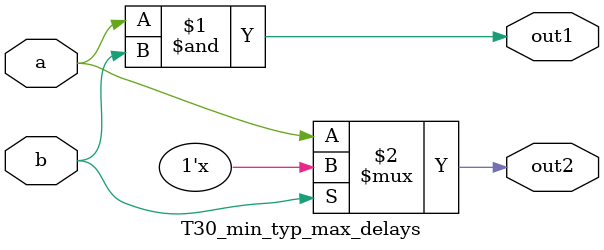
<source format=v>
/*
1. The min value is the minimum delay value that the gate is expected to have.
2. The typ value is the typical delay value that the gate is expected to have.
3. The max value is the maximum delay value that the gate is expected to have.
*/

module T30_min_typ_max_delays (
    input a, b,
    output out1, out2);
    
    and #(2:3:4, 3:4:5) o1 (out1, a, b);
    bufif0 #(5:6:7, 6:7:8, 7:8:9) b1 (out2, a, b);
    
endmodule
</source>
